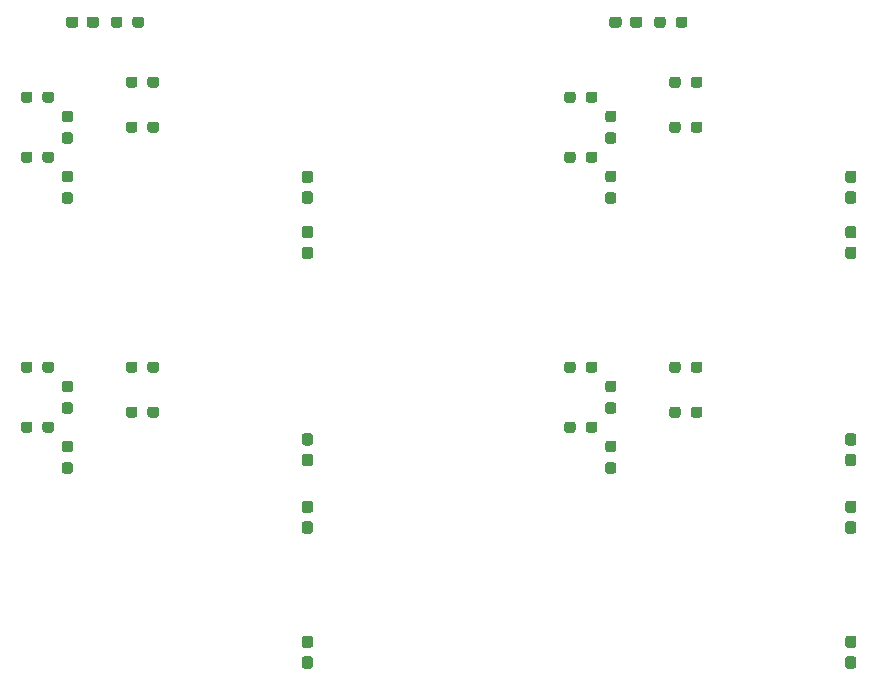
<source format=gtp>
G04 #@! TF.GenerationSoftware,KiCad,Pcbnew,(5.1.8)-1*
G04 #@! TF.CreationDate,2020-11-28T16:02:08+09:00*
G04 #@! TF.ProjectId,DigitalInput4chS,44696769-7461-46c4-996e-707574346368,2*
G04 #@! TF.SameCoordinates,Original*
G04 #@! TF.FileFunction,Paste,Top*
G04 #@! TF.FilePolarity,Positive*
%FSLAX46Y46*%
G04 Gerber Fmt 4.6, Leading zero omitted, Abs format (unit mm)*
G04 Created by KiCad (PCBNEW (5.1.8)-1) date 2020-11-28 16:02:08*
%MOMM*%
%LPD*%
G01*
G04 APERTURE LIST*
G04 APERTURE END LIST*
G36*
G01*
X124085000Y-134902500D02*
X124085000Y-135377500D01*
G75*
G02*
X123847500Y-135615000I-237500J0D01*
G01*
X123347500Y-135615000D01*
G75*
G02*
X123110000Y-135377500I0J237500D01*
G01*
X123110000Y-134902500D01*
G75*
G02*
X123347500Y-134665000I237500J0D01*
G01*
X123847500Y-134665000D01*
G75*
G02*
X124085000Y-134902500I0J-237500D01*
G01*
G37*
G36*
G01*
X125910000Y-134902500D02*
X125910000Y-135377500D01*
G75*
G02*
X125672500Y-135615000I-237500J0D01*
G01*
X125172500Y-135615000D01*
G75*
G02*
X124935000Y-135377500I0J237500D01*
G01*
X124935000Y-134902500D01*
G75*
G02*
X125172500Y-134665000I237500J0D01*
G01*
X125672500Y-134665000D01*
G75*
G02*
X125910000Y-134902500I0J-237500D01*
G01*
G37*
G36*
G01*
X147607500Y-119155000D02*
X147132500Y-119155000D01*
G75*
G02*
X146895000Y-118917500I0J237500D01*
G01*
X146895000Y-118342500D01*
G75*
G02*
X147132500Y-118105000I237500J0D01*
G01*
X147607500Y-118105000D01*
G75*
G02*
X147845000Y-118342500I0J-237500D01*
G01*
X147845000Y-118917500D01*
G75*
G02*
X147607500Y-119155000I-237500J0D01*
G01*
G37*
G36*
G01*
X147607500Y-120905000D02*
X147132500Y-120905000D01*
G75*
G02*
X146895000Y-120667500I0J237500D01*
G01*
X146895000Y-120092500D01*
G75*
G02*
X147132500Y-119855000I237500J0D01*
G01*
X147607500Y-119855000D01*
G75*
G02*
X147845000Y-120092500I0J-237500D01*
G01*
X147845000Y-120667500D01*
G75*
G02*
X147607500Y-120905000I-237500J0D01*
G01*
G37*
G36*
G01*
X147607500Y-136695000D02*
X147132500Y-136695000D01*
G75*
G02*
X146895000Y-136457500I0J237500D01*
G01*
X146895000Y-135882500D01*
G75*
G02*
X147132500Y-135645000I237500J0D01*
G01*
X147607500Y-135645000D01*
G75*
G02*
X147845000Y-135882500I0J-237500D01*
G01*
X147845000Y-136457500D01*
G75*
G02*
X147607500Y-136695000I-237500J0D01*
G01*
G37*
G36*
G01*
X147607500Y-138445000D02*
X147132500Y-138445000D01*
G75*
G02*
X146895000Y-138207500I0J237500D01*
G01*
X146895000Y-137632500D01*
G75*
G02*
X147132500Y-137395000I237500J0D01*
G01*
X147607500Y-137395000D01*
G75*
G02*
X147845000Y-137632500I0J-237500D01*
G01*
X147845000Y-138207500D01*
G75*
G02*
X147607500Y-138445000I-237500J0D01*
G01*
G37*
G36*
G01*
X147607500Y-114470000D02*
X147132500Y-114470000D01*
G75*
G02*
X146895000Y-114232500I0J237500D01*
G01*
X146895000Y-113657500D01*
G75*
G02*
X147132500Y-113420000I237500J0D01*
G01*
X147607500Y-113420000D01*
G75*
G02*
X147845000Y-113657500I0J-237500D01*
G01*
X147845000Y-114232500D01*
G75*
G02*
X147607500Y-114470000I-237500J0D01*
G01*
G37*
G36*
G01*
X147607500Y-116220000D02*
X147132500Y-116220000D01*
G75*
G02*
X146895000Y-115982500I0J237500D01*
G01*
X146895000Y-115407500D01*
G75*
G02*
X147132500Y-115170000I237500J0D01*
G01*
X147607500Y-115170000D01*
G75*
G02*
X147845000Y-115407500I0J-237500D01*
G01*
X147845000Y-115982500D01*
G75*
G02*
X147607500Y-116220000I-237500J0D01*
G01*
G37*
G36*
G01*
X133825000Y-109977500D02*
X133825000Y-109502500D01*
G75*
G02*
X134062500Y-109265000I237500J0D01*
G01*
X134562500Y-109265000D01*
G75*
G02*
X134800000Y-109502500I0J-237500D01*
G01*
X134800000Y-109977500D01*
G75*
G02*
X134562500Y-110215000I-237500J0D01*
G01*
X134062500Y-110215000D01*
G75*
G02*
X133825000Y-109977500I0J237500D01*
G01*
G37*
G36*
G01*
X132000000Y-109977500D02*
X132000000Y-109502500D01*
G75*
G02*
X132237500Y-109265000I237500J0D01*
G01*
X132737500Y-109265000D01*
G75*
G02*
X132975000Y-109502500I0J-237500D01*
G01*
X132975000Y-109977500D01*
G75*
G02*
X132737500Y-110215000I-237500J0D01*
G01*
X132237500Y-110215000D01*
G75*
G02*
X132000000Y-109977500I0J237500D01*
G01*
G37*
G36*
G01*
X127287500Y-109315000D02*
X126812500Y-109315000D01*
G75*
G02*
X126575000Y-109077500I0J237500D01*
G01*
X126575000Y-108577500D01*
G75*
G02*
X126812500Y-108340000I237500J0D01*
G01*
X127287500Y-108340000D01*
G75*
G02*
X127525000Y-108577500I0J-237500D01*
G01*
X127525000Y-109077500D01*
G75*
G02*
X127287500Y-109315000I-237500J0D01*
G01*
G37*
G36*
G01*
X127287500Y-111140000D02*
X126812500Y-111140000D01*
G75*
G02*
X126575000Y-110902500I0J237500D01*
G01*
X126575000Y-110402500D01*
G75*
G02*
X126812500Y-110165000I237500J0D01*
G01*
X127287500Y-110165000D01*
G75*
G02*
X127525000Y-110402500I0J-237500D01*
G01*
X127525000Y-110902500D01*
G75*
G02*
X127287500Y-111140000I-237500J0D01*
G01*
G37*
G36*
G01*
X127287500Y-137255000D02*
X126812500Y-137255000D01*
G75*
G02*
X126575000Y-137017500I0J237500D01*
G01*
X126575000Y-136517500D01*
G75*
G02*
X126812500Y-136280000I237500J0D01*
G01*
X127287500Y-136280000D01*
G75*
G02*
X127525000Y-136517500I0J-237500D01*
G01*
X127525000Y-137017500D01*
G75*
G02*
X127287500Y-137255000I-237500J0D01*
G01*
G37*
G36*
G01*
X127287500Y-139080000D02*
X126812500Y-139080000D01*
G75*
G02*
X126575000Y-138842500I0J237500D01*
G01*
X126575000Y-138342500D01*
G75*
G02*
X126812500Y-138105000I237500J0D01*
G01*
X127287500Y-138105000D01*
G75*
G02*
X127525000Y-138342500I0J-237500D01*
G01*
X127525000Y-138842500D01*
G75*
G02*
X127287500Y-139080000I-237500J0D01*
G01*
G37*
G36*
G01*
X127287500Y-132175000D02*
X126812500Y-132175000D01*
G75*
G02*
X126575000Y-131937500I0J237500D01*
G01*
X126575000Y-131437500D01*
G75*
G02*
X126812500Y-131200000I237500J0D01*
G01*
X127287500Y-131200000D01*
G75*
G02*
X127525000Y-131437500I0J-237500D01*
G01*
X127525000Y-131937500D01*
G75*
G02*
X127287500Y-132175000I-237500J0D01*
G01*
G37*
G36*
G01*
X127287500Y-134000000D02*
X126812500Y-134000000D01*
G75*
G02*
X126575000Y-133762500I0J237500D01*
G01*
X126575000Y-133262500D01*
G75*
G02*
X126812500Y-133025000I237500J0D01*
G01*
X127287500Y-133025000D01*
G75*
G02*
X127525000Y-133262500I0J-237500D01*
G01*
X127525000Y-133762500D01*
G75*
G02*
X127287500Y-134000000I-237500J0D01*
G01*
G37*
G36*
G01*
X133825000Y-106167500D02*
X133825000Y-105692500D01*
G75*
G02*
X134062500Y-105455000I237500J0D01*
G01*
X134562500Y-105455000D01*
G75*
G02*
X134800000Y-105692500I0J-237500D01*
G01*
X134800000Y-106167500D01*
G75*
G02*
X134562500Y-106405000I-237500J0D01*
G01*
X134062500Y-106405000D01*
G75*
G02*
X133825000Y-106167500I0J237500D01*
G01*
G37*
G36*
G01*
X132000000Y-106167500D02*
X132000000Y-105692500D01*
G75*
G02*
X132237500Y-105455000I237500J0D01*
G01*
X132737500Y-105455000D01*
G75*
G02*
X132975000Y-105692500I0J-237500D01*
G01*
X132975000Y-106167500D01*
G75*
G02*
X132737500Y-106405000I-237500J0D01*
G01*
X132237500Y-106405000D01*
G75*
G02*
X132000000Y-106167500I0J237500D01*
G01*
G37*
G36*
G01*
X147607500Y-153840000D02*
X147132500Y-153840000D01*
G75*
G02*
X146895000Y-153602500I0J237500D01*
G01*
X146895000Y-153027500D01*
G75*
G02*
X147132500Y-152790000I237500J0D01*
G01*
X147607500Y-152790000D01*
G75*
G02*
X147845000Y-153027500I0J-237500D01*
G01*
X147845000Y-153602500D01*
G75*
G02*
X147607500Y-153840000I-237500J0D01*
G01*
G37*
G36*
G01*
X147607500Y-155590000D02*
X147132500Y-155590000D01*
G75*
G02*
X146895000Y-155352500I0J237500D01*
G01*
X146895000Y-154777500D01*
G75*
G02*
X147132500Y-154540000I237500J0D01*
G01*
X147607500Y-154540000D01*
G75*
G02*
X147845000Y-154777500I0J-237500D01*
G01*
X147845000Y-155352500D01*
G75*
G02*
X147607500Y-155590000I-237500J0D01*
G01*
G37*
G36*
G01*
X124085000Y-112042500D02*
X124085000Y-112517500D01*
G75*
G02*
X123847500Y-112755000I-237500J0D01*
G01*
X123347500Y-112755000D01*
G75*
G02*
X123110000Y-112517500I0J237500D01*
G01*
X123110000Y-112042500D01*
G75*
G02*
X123347500Y-111805000I237500J0D01*
G01*
X123847500Y-111805000D01*
G75*
G02*
X124085000Y-112042500I0J-237500D01*
G01*
G37*
G36*
G01*
X125910000Y-112042500D02*
X125910000Y-112517500D01*
G75*
G02*
X125672500Y-112755000I-237500J0D01*
G01*
X125172500Y-112755000D01*
G75*
G02*
X124935000Y-112517500I0J237500D01*
G01*
X124935000Y-112042500D01*
G75*
G02*
X125172500Y-111805000I237500J0D01*
G01*
X125672500Y-111805000D01*
G75*
G02*
X125910000Y-112042500I0J-237500D01*
G01*
G37*
G36*
G01*
X124085000Y-129822500D02*
X124085000Y-130297500D01*
G75*
G02*
X123847500Y-130535000I-237500J0D01*
G01*
X123347500Y-130535000D01*
G75*
G02*
X123110000Y-130297500I0J237500D01*
G01*
X123110000Y-129822500D01*
G75*
G02*
X123347500Y-129585000I237500J0D01*
G01*
X123847500Y-129585000D01*
G75*
G02*
X124085000Y-129822500I0J-237500D01*
G01*
G37*
G36*
G01*
X125910000Y-129822500D02*
X125910000Y-130297500D01*
G75*
G02*
X125672500Y-130535000I-237500J0D01*
G01*
X125172500Y-130535000D01*
G75*
G02*
X124935000Y-130297500I0J237500D01*
G01*
X124935000Y-129822500D01*
G75*
G02*
X125172500Y-129585000I237500J0D01*
G01*
X125672500Y-129585000D01*
G75*
G02*
X125910000Y-129822500I0J-237500D01*
G01*
G37*
G36*
G01*
X147607500Y-142410000D02*
X147132500Y-142410000D01*
G75*
G02*
X146895000Y-142172500I0J237500D01*
G01*
X146895000Y-141597500D01*
G75*
G02*
X147132500Y-141360000I237500J0D01*
G01*
X147607500Y-141360000D01*
G75*
G02*
X147845000Y-141597500I0J-237500D01*
G01*
X147845000Y-142172500D01*
G75*
G02*
X147607500Y-142410000I-237500J0D01*
G01*
G37*
G36*
G01*
X147607500Y-144160000D02*
X147132500Y-144160000D01*
G75*
G02*
X146895000Y-143922500I0J237500D01*
G01*
X146895000Y-143347500D01*
G75*
G02*
X147132500Y-143110000I237500J0D01*
G01*
X147607500Y-143110000D01*
G75*
G02*
X147845000Y-143347500I0J-237500D01*
G01*
X147845000Y-143922500D01*
G75*
G02*
X147607500Y-144160000I-237500J0D01*
G01*
G37*
G36*
G01*
X128670000Y-101087500D02*
X128670000Y-100612500D01*
G75*
G02*
X128907500Y-100375000I237500J0D01*
G01*
X129482500Y-100375000D01*
G75*
G02*
X129720000Y-100612500I0J-237500D01*
G01*
X129720000Y-101087500D01*
G75*
G02*
X129482500Y-101325000I-237500J0D01*
G01*
X128907500Y-101325000D01*
G75*
G02*
X128670000Y-101087500I0J237500D01*
G01*
G37*
G36*
G01*
X126920000Y-101087500D02*
X126920000Y-100612500D01*
G75*
G02*
X127157500Y-100375000I237500J0D01*
G01*
X127732500Y-100375000D01*
G75*
G02*
X127970000Y-100612500I0J-237500D01*
G01*
X127970000Y-101087500D01*
G75*
G02*
X127732500Y-101325000I-237500J0D01*
G01*
X127157500Y-101325000D01*
G75*
G02*
X126920000Y-101087500I0J237500D01*
G01*
G37*
G36*
G01*
X133825000Y-134107500D02*
X133825000Y-133632500D01*
G75*
G02*
X134062500Y-133395000I237500J0D01*
G01*
X134562500Y-133395000D01*
G75*
G02*
X134800000Y-133632500I0J-237500D01*
G01*
X134800000Y-134107500D01*
G75*
G02*
X134562500Y-134345000I-237500J0D01*
G01*
X134062500Y-134345000D01*
G75*
G02*
X133825000Y-134107500I0J237500D01*
G01*
G37*
G36*
G01*
X132000000Y-134107500D02*
X132000000Y-133632500D01*
G75*
G02*
X132237500Y-133395000I237500J0D01*
G01*
X132737500Y-133395000D01*
G75*
G02*
X132975000Y-133632500I0J-237500D01*
G01*
X132975000Y-134107500D01*
G75*
G02*
X132737500Y-134345000I-237500J0D01*
G01*
X132237500Y-134345000D01*
G75*
G02*
X132000000Y-134107500I0J237500D01*
G01*
G37*
G36*
G01*
X131705000Y-100612500D02*
X131705000Y-101087500D01*
G75*
G02*
X131467500Y-101325000I-237500J0D01*
G01*
X130967500Y-101325000D01*
G75*
G02*
X130730000Y-101087500I0J237500D01*
G01*
X130730000Y-100612500D01*
G75*
G02*
X130967500Y-100375000I237500J0D01*
G01*
X131467500Y-100375000D01*
G75*
G02*
X131705000Y-100612500I0J-237500D01*
G01*
G37*
G36*
G01*
X133530000Y-100612500D02*
X133530000Y-101087500D01*
G75*
G02*
X133292500Y-101325000I-237500J0D01*
G01*
X132792500Y-101325000D01*
G75*
G02*
X132555000Y-101087500I0J237500D01*
G01*
X132555000Y-100612500D01*
G75*
G02*
X132792500Y-100375000I237500J0D01*
G01*
X133292500Y-100375000D01*
G75*
G02*
X133530000Y-100612500I0J-237500D01*
G01*
G37*
G36*
G01*
X127287500Y-114395000D02*
X126812500Y-114395000D01*
G75*
G02*
X126575000Y-114157500I0J237500D01*
G01*
X126575000Y-113657500D01*
G75*
G02*
X126812500Y-113420000I237500J0D01*
G01*
X127287500Y-113420000D01*
G75*
G02*
X127525000Y-113657500I0J-237500D01*
G01*
X127525000Y-114157500D01*
G75*
G02*
X127287500Y-114395000I-237500J0D01*
G01*
G37*
G36*
G01*
X127287500Y-116220000D02*
X126812500Y-116220000D01*
G75*
G02*
X126575000Y-115982500I0J237500D01*
G01*
X126575000Y-115482500D01*
G75*
G02*
X126812500Y-115245000I237500J0D01*
G01*
X127287500Y-115245000D01*
G75*
G02*
X127525000Y-115482500I0J-237500D01*
G01*
X127525000Y-115982500D01*
G75*
G02*
X127287500Y-116220000I-237500J0D01*
G01*
G37*
G36*
G01*
X124085000Y-106962500D02*
X124085000Y-107437500D01*
G75*
G02*
X123847500Y-107675000I-237500J0D01*
G01*
X123347500Y-107675000D01*
G75*
G02*
X123110000Y-107437500I0J237500D01*
G01*
X123110000Y-106962500D01*
G75*
G02*
X123347500Y-106725000I237500J0D01*
G01*
X123847500Y-106725000D01*
G75*
G02*
X124085000Y-106962500I0J-237500D01*
G01*
G37*
G36*
G01*
X125910000Y-106962500D02*
X125910000Y-107437500D01*
G75*
G02*
X125672500Y-107675000I-237500J0D01*
G01*
X125172500Y-107675000D01*
G75*
G02*
X124935000Y-107437500I0J237500D01*
G01*
X124935000Y-106962500D01*
G75*
G02*
X125172500Y-106725000I237500J0D01*
G01*
X125672500Y-106725000D01*
G75*
G02*
X125910000Y-106962500I0J-237500D01*
G01*
G37*
G36*
G01*
X133825000Y-130297500D02*
X133825000Y-129822500D01*
G75*
G02*
X134062500Y-129585000I237500J0D01*
G01*
X134562500Y-129585000D01*
G75*
G02*
X134800000Y-129822500I0J-237500D01*
G01*
X134800000Y-130297500D01*
G75*
G02*
X134562500Y-130535000I-237500J0D01*
G01*
X134062500Y-130535000D01*
G75*
G02*
X133825000Y-130297500I0J237500D01*
G01*
G37*
G36*
G01*
X132000000Y-130297500D02*
X132000000Y-129822500D01*
G75*
G02*
X132237500Y-129585000I237500J0D01*
G01*
X132737500Y-129585000D01*
G75*
G02*
X132975000Y-129822500I0J-237500D01*
G01*
X132975000Y-130297500D01*
G75*
G02*
X132737500Y-130535000I-237500J0D01*
G01*
X132237500Y-130535000D01*
G75*
G02*
X132000000Y-130297500I0J237500D01*
G01*
G37*
G36*
G01*
X101607500Y-138445000D02*
X101132500Y-138445000D01*
G75*
G02*
X100895000Y-138207500I0J237500D01*
G01*
X100895000Y-137632500D01*
G75*
G02*
X101132500Y-137395000I237500J0D01*
G01*
X101607500Y-137395000D01*
G75*
G02*
X101845000Y-137632500I0J-237500D01*
G01*
X101845000Y-138207500D01*
G75*
G02*
X101607500Y-138445000I-237500J0D01*
G01*
G37*
G36*
G01*
X101607500Y-136695000D02*
X101132500Y-136695000D01*
G75*
G02*
X100895000Y-136457500I0J237500D01*
G01*
X100895000Y-135882500D01*
G75*
G02*
X101132500Y-135645000I237500J0D01*
G01*
X101607500Y-135645000D01*
G75*
G02*
X101845000Y-135882500I0J-237500D01*
G01*
X101845000Y-136457500D01*
G75*
G02*
X101607500Y-136695000I-237500J0D01*
G01*
G37*
G36*
G01*
X101607500Y-116220000D02*
X101132500Y-116220000D01*
G75*
G02*
X100895000Y-115982500I0J237500D01*
G01*
X100895000Y-115407500D01*
G75*
G02*
X101132500Y-115170000I237500J0D01*
G01*
X101607500Y-115170000D01*
G75*
G02*
X101845000Y-115407500I0J-237500D01*
G01*
X101845000Y-115982500D01*
G75*
G02*
X101607500Y-116220000I-237500J0D01*
G01*
G37*
G36*
G01*
X101607500Y-114470000D02*
X101132500Y-114470000D01*
G75*
G02*
X100895000Y-114232500I0J237500D01*
G01*
X100895000Y-113657500D01*
G75*
G02*
X101132500Y-113420000I237500J0D01*
G01*
X101607500Y-113420000D01*
G75*
G02*
X101845000Y-113657500I0J-237500D01*
G01*
X101845000Y-114232500D01*
G75*
G02*
X101607500Y-114470000I-237500J0D01*
G01*
G37*
G36*
G01*
X79910000Y-134902500D02*
X79910000Y-135377500D01*
G75*
G02*
X79672500Y-135615000I-237500J0D01*
G01*
X79172500Y-135615000D01*
G75*
G02*
X78935000Y-135377500I0J237500D01*
G01*
X78935000Y-134902500D01*
G75*
G02*
X79172500Y-134665000I237500J0D01*
G01*
X79672500Y-134665000D01*
G75*
G02*
X79910000Y-134902500I0J-237500D01*
G01*
G37*
G36*
G01*
X78085000Y-134902500D02*
X78085000Y-135377500D01*
G75*
G02*
X77847500Y-135615000I-237500J0D01*
G01*
X77347500Y-135615000D01*
G75*
G02*
X77110000Y-135377500I0J237500D01*
G01*
X77110000Y-134902500D01*
G75*
G02*
X77347500Y-134665000I237500J0D01*
G01*
X77847500Y-134665000D01*
G75*
G02*
X78085000Y-134902500I0J-237500D01*
G01*
G37*
G36*
G01*
X86000000Y-109977500D02*
X86000000Y-109502500D01*
G75*
G02*
X86237500Y-109265000I237500J0D01*
G01*
X86737500Y-109265000D01*
G75*
G02*
X86975000Y-109502500I0J-237500D01*
G01*
X86975000Y-109977500D01*
G75*
G02*
X86737500Y-110215000I-237500J0D01*
G01*
X86237500Y-110215000D01*
G75*
G02*
X86000000Y-109977500I0J237500D01*
G01*
G37*
G36*
G01*
X87825000Y-109977500D02*
X87825000Y-109502500D01*
G75*
G02*
X88062500Y-109265000I237500J0D01*
G01*
X88562500Y-109265000D01*
G75*
G02*
X88800000Y-109502500I0J-237500D01*
G01*
X88800000Y-109977500D01*
G75*
G02*
X88562500Y-110215000I-237500J0D01*
G01*
X88062500Y-110215000D01*
G75*
G02*
X87825000Y-109977500I0J237500D01*
G01*
G37*
G36*
G01*
X101607500Y-120905000D02*
X101132500Y-120905000D01*
G75*
G02*
X100895000Y-120667500I0J237500D01*
G01*
X100895000Y-120092500D01*
G75*
G02*
X101132500Y-119855000I237500J0D01*
G01*
X101607500Y-119855000D01*
G75*
G02*
X101845000Y-120092500I0J-237500D01*
G01*
X101845000Y-120667500D01*
G75*
G02*
X101607500Y-120905000I-237500J0D01*
G01*
G37*
G36*
G01*
X101607500Y-119155000D02*
X101132500Y-119155000D01*
G75*
G02*
X100895000Y-118917500I0J237500D01*
G01*
X100895000Y-118342500D01*
G75*
G02*
X101132500Y-118105000I237500J0D01*
G01*
X101607500Y-118105000D01*
G75*
G02*
X101845000Y-118342500I0J-237500D01*
G01*
X101845000Y-118917500D01*
G75*
G02*
X101607500Y-119155000I-237500J0D01*
G01*
G37*
G36*
G01*
X86000000Y-106167500D02*
X86000000Y-105692500D01*
G75*
G02*
X86237500Y-105455000I237500J0D01*
G01*
X86737500Y-105455000D01*
G75*
G02*
X86975000Y-105692500I0J-237500D01*
G01*
X86975000Y-106167500D01*
G75*
G02*
X86737500Y-106405000I-237500J0D01*
G01*
X86237500Y-106405000D01*
G75*
G02*
X86000000Y-106167500I0J237500D01*
G01*
G37*
G36*
G01*
X87825000Y-106167500D02*
X87825000Y-105692500D01*
G75*
G02*
X88062500Y-105455000I237500J0D01*
G01*
X88562500Y-105455000D01*
G75*
G02*
X88800000Y-105692500I0J-237500D01*
G01*
X88800000Y-106167500D01*
G75*
G02*
X88562500Y-106405000I-237500J0D01*
G01*
X88062500Y-106405000D01*
G75*
G02*
X87825000Y-106167500I0J237500D01*
G01*
G37*
G36*
G01*
X79910000Y-112042500D02*
X79910000Y-112517500D01*
G75*
G02*
X79672500Y-112755000I-237500J0D01*
G01*
X79172500Y-112755000D01*
G75*
G02*
X78935000Y-112517500I0J237500D01*
G01*
X78935000Y-112042500D01*
G75*
G02*
X79172500Y-111805000I237500J0D01*
G01*
X79672500Y-111805000D01*
G75*
G02*
X79910000Y-112042500I0J-237500D01*
G01*
G37*
G36*
G01*
X78085000Y-112042500D02*
X78085000Y-112517500D01*
G75*
G02*
X77847500Y-112755000I-237500J0D01*
G01*
X77347500Y-112755000D01*
G75*
G02*
X77110000Y-112517500I0J237500D01*
G01*
X77110000Y-112042500D01*
G75*
G02*
X77347500Y-111805000I237500J0D01*
G01*
X77847500Y-111805000D01*
G75*
G02*
X78085000Y-112042500I0J-237500D01*
G01*
G37*
G36*
G01*
X81287500Y-116220000D02*
X80812500Y-116220000D01*
G75*
G02*
X80575000Y-115982500I0J237500D01*
G01*
X80575000Y-115482500D01*
G75*
G02*
X80812500Y-115245000I237500J0D01*
G01*
X81287500Y-115245000D01*
G75*
G02*
X81525000Y-115482500I0J-237500D01*
G01*
X81525000Y-115982500D01*
G75*
G02*
X81287500Y-116220000I-237500J0D01*
G01*
G37*
G36*
G01*
X81287500Y-114395000D02*
X80812500Y-114395000D01*
G75*
G02*
X80575000Y-114157500I0J237500D01*
G01*
X80575000Y-113657500D01*
G75*
G02*
X80812500Y-113420000I237500J0D01*
G01*
X81287500Y-113420000D01*
G75*
G02*
X81525000Y-113657500I0J-237500D01*
G01*
X81525000Y-114157500D01*
G75*
G02*
X81287500Y-114395000I-237500J0D01*
G01*
G37*
G36*
G01*
X79910000Y-129822500D02*
X79910000Y-130297500D01*
G75*
G02*
X79672500Y-130535000I-237500J0D01*
G01*
X79172500Y-130535000D01*
G75*
G02*
X78935000Y-130297500I0J237500D01*
G01*
X78935000Y-129822500D01*
G75*
G02*
X79172500Y-129585000I237500J0D01*
G01*
X79672500Y-129585000D01*
G75*
G02*
X79910000Y-129822500I0J-237500D01*
G01*
G37*
G36*
G01*
X78085000Y-129822500D02*
X78085000Y-130297500D01*
G75*
G02*
X77847500Y-130535000I-237500J0D01*
G01*
X77347500Y-130535000D01*
G75*
G02*
X77110000Y-130297500I0J237500D01*
G01*
X77110000Y-129822500D01*
G75*
G02*
X77347500Y-129585000I237500J0D01*
G01*
X77847500Y-129585000D01*
G75*
G02*
X78085000Y-129822500I0J-237500D01*
G01*
G37*
G36*
G01*
X101607500Y-144160000D02*
X101132500Y-144160000D01*
G75*
G02*
X100895000Y-143922500I0J237500D01*
G01*
X100895000Y-143347500D01*
G75*
G02*
X101132500Y-143110000I237500J0D01*
G01*
X101607500Y-143110000D01*
G75*
G02*
X101845000Y-143347500I0J-237500D01*
G01*
X101845000Y-143922500D01*
G75*
G02*
X101607500Y-144160000I-237500J0D01*
G01*
G37*
G36*
G01*
X101607500Y-142410000D02*
X101132500Y-142410000D01*
G75*
G02*
X100895000Y-142172500I0J237500D01*
G01*
X100895000Y-141597500D01*
G75*
G02*
X101132500Y-141360000I237500J0D01*
G01*
X101607500Y-141360000D01*
G75*
G02*
X101845000Y-141597500I0J-237500D01*
G01*
X101845000Y-142172500D01*
G75*
G02*
X101607500Y-142410000I-237500J0D01*
G01*
G37*
G36*
G01*
X101607500Y-155590000D02*
X101132500Y-155590000D01*
G75*
G02*
X100895000Y-155352500I0J237500D01*
G01*
X100895000Y-154777500D01*
G75*
G02*
X101132500Y-154540000I237500J0D01*
G01*
X101607500Y-154540000D01*
G75*
G02*
X101845000Y-154777500I0J-237500D01*
G01*
X101845000Y-155352500D01*
G75*
G02*
X101607500Y-155590000I-237500J0D01*
G01*
G37*
G36*
G01*
X101607500Y-153840000D02*
X101132500Y-153840000D01*
G75*
G02*
X100895000Y-153602500I0J237500D01*
G01*
X100895000Y-153027500D01*
G75*
G02*
X101132500Y-152790000I237500J0D01*
G01*
X101607500Y-152790000D01*
G75*
G02*
X101845000Y-153027500I0J-237500D01*
G01*
X101845000Y-153602500D01*
G75*
G02*
X101607500Y-153840000I-237500J0D01*
G01*
G37*
G36*
G01*
X86000000Y-130297500D02*
X86000000Y-129822500D01*
G75*
G02*
X86237500Y-129585000I237500J0D01*
G01*
X86737500Y-129585000D01*
G75*
G02*
X86975000Y-129822500I0J-237500D01*
G01*
X86975000Y-130297500D01*
G75*
G02*
X86737500Y-130535000I-237500J0D01*
G01*
X86237500Y-130535000D01*
G75*
G02*
X86000000Y-130297500I0J237500D01*
G01*
G37*
G36*
G01*
X87825000Y-130297500D02*
X87825000Y-129822500D01*
G75*
G02*
X88062500Y-129585000I237500J0D01*
G01*
X88562500Y-129585000D01*
G75*
G02*
X88800000Y-129822500I0J-237500D01*
G01*
X88800000Y-130297500D01*
G75*
G02*
X88562500Y-130535000I-237500J0D01*
G01*
X88062500Y-130535000D01*
G75*
G02*
X87825000Y-130297500I0J237500D01*
G01*
G37*
G36*
G01*
X79910000Y-106962500D02*
X79910000Y-107437500D01*
G75*
G02*
X79672500Y-107675000I-237500J0D01*
G01*
X79172500Y-107675000D01*
G75*
G02*
X78935000Y-107437500I0J237500D01*
G01*
X78935000Y-106962500D01*
G75*
G02*
X79172500Y-106725000I237500J0D01*
G01*
X79672500Y-106725000D01*
G75*
G02*
X79910000Y-106962500I0J-237500D01*
G01*
G37*
G36*
G01*
X78085000Y-106962500D02*
X78085000Y-107437500D01*
G75*
G02*
X77847500Y-107675000I-237500J0D01*
G01*
X77347500Y-107675000D01*
G75*
G02*
X77110000Y-107437500I0J237500D01*
G01*
X77110000Y-106962500D01*
G75*
G02*
X77347500Y-106725000I237500J0D01*
G01*
X77847500Y-106725000D01*
G75*
G02*
X78085000Y-106962500I0J-237500D01*
G01*
G37*
G36*
G01*
X86000000Y-134107500D02*
X86000000Y-133632500D01*
G75*
G02*
X86237500Y-133395000I237500J0D01*
G01*
X86737500Y-133395000D01*
G75*
G02*
X86975000Y-133632500I0J-237500D01*
G01*
X86975000Y-134107500D01*
G75*
G02*
X86737500Y-134345000I-237500J0D01*
G01*
X86237500Y-134345000D01*
G75*
G02*
X86000000Y-134107500I0J237500D01*
G01*
G37*
G36*
G01*
X87825000Y-134107500D02*
X87825000Y-133632500D01*
G75*
G02*
X88062500Y-133395000I237500J0D01*
G01*
X88562500Y-133395000D01*
G75*
G02*
X88800000Y-133632500I0J-237500D01*
G01*
X88800000Y-134107500D01*
G75*
G02*
X88562500Y-134345000I-237500J0D01*
G01*
X88062500Y-134345000D01*
G75*
G02*
X87825000Y-134107500I0J237500D01*
G01*
G37*
G36*
G01*
X87530000Y-100612500D02*
X87530000Y-101087500D01*
G75*
G02*
X87292500Y-101325000I-237500J0D01*
G01*
X86792500Y-101325000D01*
G75*
G02*
X86555000Y-101087500I0J237500D01*
G01*
X86555000Y-100612500D01*
G75*
G02*
X86792500Y-100375000I237500J0D01*
G01*
X87292500Y-100375000D01*
G75*
G02*
X87530000Y-100612500I0J-237500D01*
G01*
G37*
G36*
G01*
X85705000Y-100612500D02*
X85705000Y-101087500D01*
G75*
G02*
X85467500Y-101325000I-237500J0D01*
G01*
X84967500Y-101325000D01*
G75*
G02*
X84730000Y-101087500I0J237500D01*
G01*
X84730000Y-100612500D01*
G75*
G02*
X84967500Y-100375000I237500J0D01*
G01*
X85467500Y-100375000D01*
G75*
G02*
X85705000Y-100612500I0J-237500D01*
G01*
G37*
G36*
G01*
X80920000Y-101087500D02*
X80920000Y-100612500D01*
G75*
G02*
X81157500Y-100375000I237500J0D01*
G01*
X81732500Y-100375000D01*
G75*
G02*
X81970000Y-100612500I0J-237500D01*
G01*
X81970000Y-101087500D01*
G75*
G02*
X81732500Y-101325000I-237500J0D01*
G01*
X81157500Y-101325000D01*
G75*
G02*
X80920000Y-101087500I0J237500D01*
G01*
G37*
G36*
G01*
X82670000Y-101087500D02*
X82670000Y-100612500D01*
G75*
G02*
X82907500Y-100375000I237500J0D01*
G01*
X83482500Y-100375000D01*
G75*
G02*
X83720000Y-100612500I0J-237500D01*
G01*
X83720000Y-101087500D01*
G75*
G02*
X83482500Y-101325000I-237500J0D01*
G01*
X82907500Y-101325000D01*
G75*
G02*
X82670000Y-101087500I0J237500D01*
G01*
G37*
G36*
G01*
X81287500Y-111140000D02*
X80812500Y-111140000D01*
G75*
G02*
X80575000Y-110902500I0J237500D01*
G01*
X80575000Y-110402500D01*
G75*
G02*
X80812500Y-110165000I237500J0D01*
G01*
X81287500Y-110165000D01*
G75*
G02*
X81525000Y-110402500I0J-237500D01*
G01*
X81525000Y-110902500D01*
G75*
G02*
X81287500Y-111140000I-237500J0D01*
G01*
G37*
G36*
G01*
X81287500Y-109315000D02*
X80812500Y-109315000D01*
G75*
G02*
X80575000Y-109077500I0J237500D01*
G01*
X80575000Y-108577500D01*
G75*
G02*
X80812500Y-108340000I237500J0D01*
G01*
X81287500Y-108340000D01*
G75*
G02*
X81525000Y-108577500I0J-237500D01*
G01*
X81525000Y-109077500D01*
G75*
G02*
X81287500Y-109315000I-237500J0D01*
G01*
G37*
G36*
G01*
X81287500Y-139080000D02*
X80812500Y-139080000D01*
G75*
G02*
X80575000Y-138842500I0J237500D01*
G01*
X80575000Y-138342500D01*
G75*
G02*
X80812500Y-138105000I237500J0D01*
G01*
X81287500Y-138105000D01*
G75*
G02*
X81525000Y-138342500I0J-237500D01*
G01*
X81525000Y-138842500D01*
G75*
G02*
X81287500Y-139080000I-237500J0D01*
G01*
G37*
G36*
G01*
X81287500Y-137255000D02*
X80812500Y-137255000D01*
G75*
G02*
X80575000Y-137017500I0J237500D01*
G01*
X80575000Y-136517500D01*
G75*
G02*
X80812500Y-136280000I237500J0D01*
G01*
X81287500Y-136280000D01*
G75*
G02*
X81525000Y-136517500I0J-237500D01*
G01*
X81525000Y-137017500D01*
G75*
G02*
X81287500Y-137255000I-237500J0D01*
G01*
G37*
G36*
G01*
X81287500Y-134000000D02*
X80812500Y-134000000D01*
G75*
G02*
X80575000Y-133762500I0J237500D01*
G01*
X80575000Y-133262500D01*
G75*
G02*
X80812500Y-133025000I237500J0D01*
G01*
X81287500Y-133025000D01*
G75*
G02*
X81525000Y-133262500I0J-237500D01*
G01*
X81525000Y-133762500D01*
G75*
G02*
X81287500Y-134000000I-237500J0D01*
G01*
G37*
G36*
G01*
X81287500Y-132175000D02*
X80812500Y-132175000D01*
G75*
G02*
X80575000Y-131937500I0J237500D01*
G01*
X80575000Y-131437500D01*
G75*
G02*
X80812500Y-131200000I237500J0D01*
G01*
X81287500Y-131200000D01*
G75*
G02*
X81525000Y-131437500I0J-237500D01*
G01*
X81525000Y-131937500D01*
G75*
G02*
X81287500Y-132175000I-237500J0D01*
G01*
G37*
M02*

</source>
